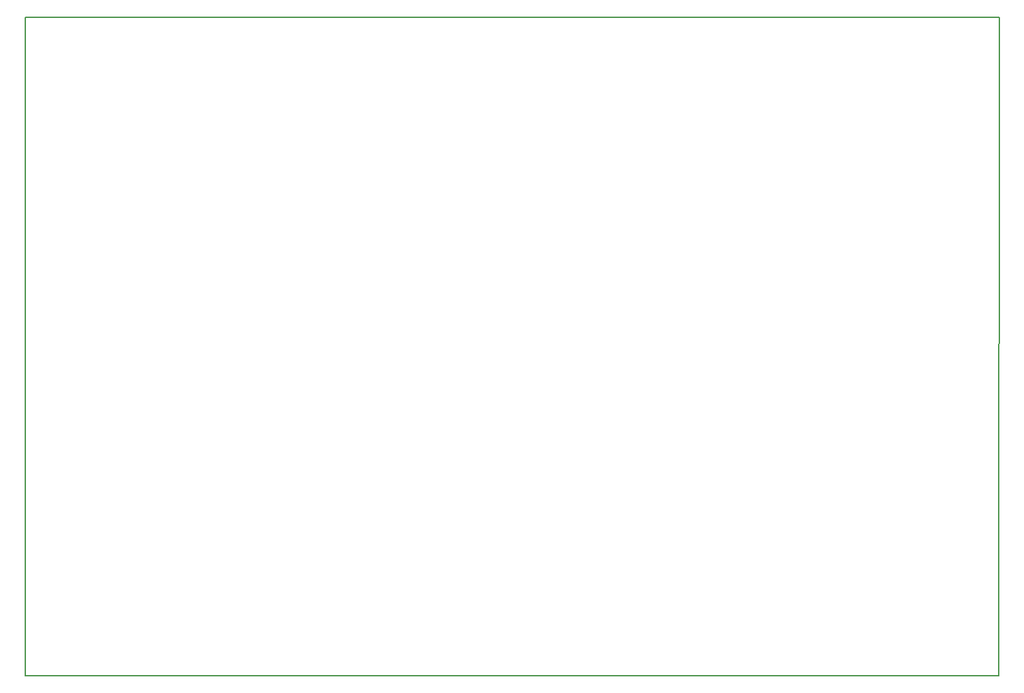
<source format=gbr>
G04 #@! TF.GenerationSoftware,KiCad,Pcbnew,5.1.6-c6e7f7d~87~ubuntu18.04.1*
G04 #@! TF.CreationDate,2020-08-09T22:57:09+01:00*
G04 #@! TF.ProjectId,ServerPSU_Breakout,53657276-6572-4505-9355-5f427265616b,B*
G04 #@! TF.SameCoordinates,Original*
G04 #@! TF.FileFunction,Profile,NP*
%FSLAX46Y46*%
G04 Gerber Fmt 4.6, Leading zero omitted, Abs format (unit mm)*
G04 Created by KiCad (PCBNEW 5.1.6-c6e7f7d~87~ubuntu18.04.1) date 2020-08-09 22:57:09*
%MOMM*%
%LPD*%
G01*
G04 APERTURE LIST*
G04 #@! TA.AperFunction,Profile*
%ADD10C,0.150000*%
G04 #@! TD*
G04 APERTURE END LIST*
D10*
X99441000Y-143065500D02*
X99441000Y-59182000D01*
X223329500Y-143065500D02*
X99441000Y-143065500D01*
X223393000Y-59182000D02*
X223329500Y-143065500D01*
X99441000Y-59182000D02*
X223393000Y-59182000D01*
M02*

</source>
